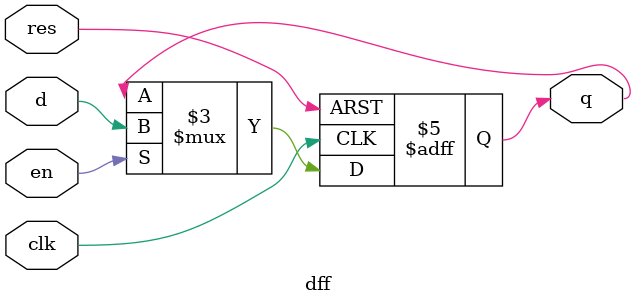
<source format=v>
`timescale 1ns / 1ps
module dff(
    input d,
    input res,
    input clk,
    input en,
    output reg q
    );
	 
	 always @(posedge clk or posedge res) begin
		if(res == 1'b1)
			q <= 1'b0;
		else if(en)
			q <= d;
	end
	
endmodule

</source>
